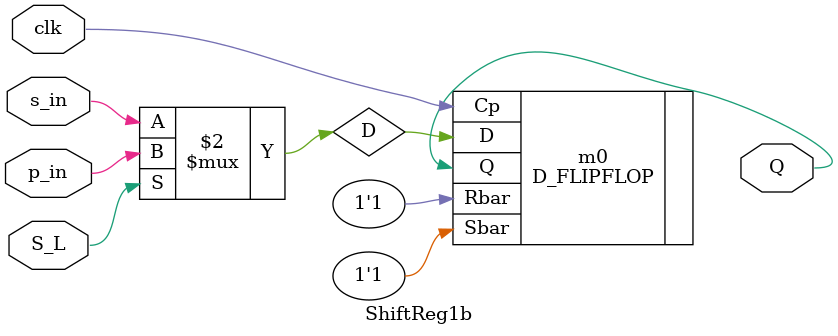
<source format=v>
`timescale 1ns / 1ps
module ShiftReg1b(
    input wire clk, S_L, s_in,
	 input wire p_in,
	 output wire Q
    );
    wire D;
	 assign D = (S_L==0) ? s_in : p_in ;
    D_FLIPFLOP m0(.Cp(clk) , .D(D) , .Sbar(1'b1) , .Rbar(1'b1) , .Q(Q));	 

endmodule

</source>
